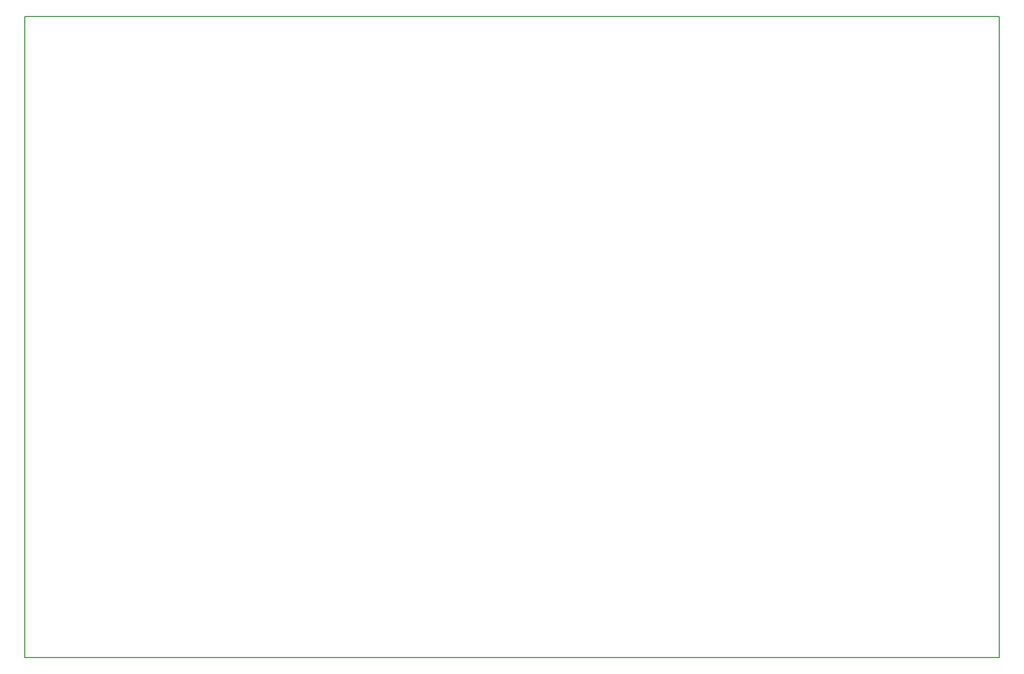
<source format=gbr>
G04 #@! TF.GenerationSoftware,KiCad,Pcbnew,5.1.4*
G04 #@! TF.CreationDate,2019-10-01T18:25:40-04:00*
G04 #@! TF.ProjectId,SolarCarECU,536f6c61-7243-4617-9245-43552e6b6963,rev?*
G04 #@! TF.SameCoordinates,Original*
G04 #@! TF.FileFunction,Profile,NP*
%FSLAX46Y46*%
G04 Gerber Fmt 4.6, Leading zero omitted, Abs format (unit mm)*
G04 Created by KiCad (PCBNEW 5.1.4) date 2019-10-01 18:25:40*
%MOMM*%
%LPD*%
G04 APERTURE LIST*
%ADD10C,0.150000*%
G04 APERTURE END LIST*
D10*
X228490000Y-145288000D02*
X68490000Y-145288000D01*
X68490000Y-145288000D02*
X68490000Y-39878000D01*
X228490000Y-39878000D02*
X228490000Y-145288000D01*
X68490000Y-39878000D02*
X228490000Y-39878000D01*
M02*

</source>
